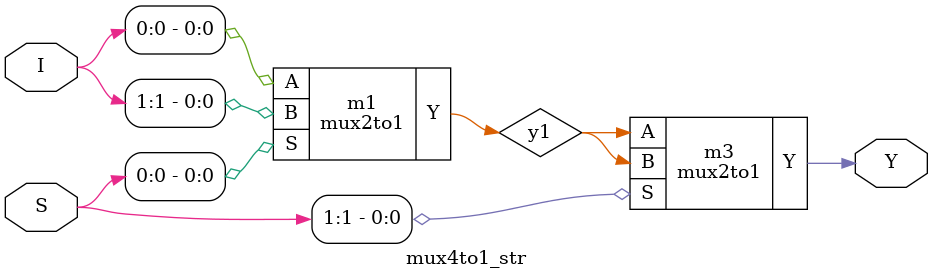
<source format=v>
module mux2to1(A,B,S,Y);
    input A,B,S;
    output Y;    
    assign Y = (S) ? B : A;
endmodule

module mux4to1_str(I,S,Y);
    input [0:3]I;
    input [1:0]S;
    output Y;
    wire y1,y2;
    
    mux2to1 m1(.A(I[0]), .B(I[1]), .S(S[0]), .Y(y1));
    mux2to1 m2(.A(I[2]), .B(I[4]), .S(S[0]), .Y(y2));
    
    mux2to1 m3(.A(y1), .B(y1), .S(S[1]), .Y(Y));
    
endmodule    

</source>
